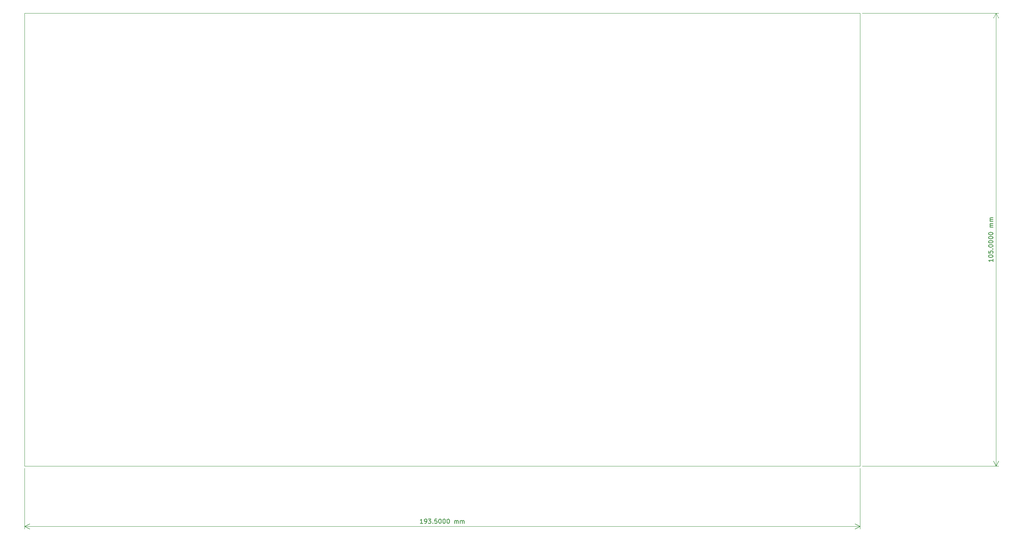
<source format=gbr>
%TF.GenerationSoftware,KiCad,Pcbnew,8.0.3*%
%TF.CreationDate,2024-11-12T13:20:17+01:00*%
%TF.ProjectId,BMU v1,424d5520-7631-42e6-9b69-6361645f7063,rev?*%
%TF.SameCoordinates,Original*%
%TF.FileFunction,Profile,NP*%
%FSLAX46Y46*%
G04 Gerber Fmt 4.6, Leading zero omitted, Abs format (unit mm)*
G04 Created by KiCad (PCBNEW 8.0.3) date 2024-11-12 13:20:17*
%MOMM*%
%LPD*%
G01*
G04 APERTURE LIST*
%TA.AperFunction,Profile*%
%ADD10C,0.100000*%
%TD*%
%ADD11C,0.150000*%
G04 APERTURE END LIST*
D10*
X12000000Y-24500000D02*
X205500000Y-24500000D01*
X205500000Y-129500000D01*
X12000000Y-129500000D01*
X12000000Y-24500000D01*
D11*
X236304819Y-81523809D02*
X236304819Y-82095237D01*
X236304819Y-81809523D02*
X235304819Y-81809523D01*
X235304819Y-81809523D02*
X235447676Y-81904761D01*
X235447676Y-81904761D02*
X235542914Y-81999999D01*
X235542914Y-81999999D02*
X235590533Y-82095237D01*
X235304819Y-80904761D02*
X235304819Y-80809523D01*
X235304819Y-80809523D02*
X235352438Y-80714285D01*
X235352438Y-80714285D02*
X235400057Y-80666666D01*
X235400057Y-80666666D02*
X235495295Y-80619047D01*
X235495295Y-80619047D02*
X235685771Y-80571428D01*
X235685771Y-80571428D02*
X235923866Y-80571428D01*
X235923866Y-80571428D02*
X236114342Y-80619047D01*
X236114342Y-80619047D02*
X236209580Y-80666666D01*
X236209580Y-80666666D02*
X236257200Y-80714285D01*
X236257200Y-80714285D02*
X236304819Y-80809523D01*
X236304819Y-80809523D02*
X236304819Y-80904761D01*
X236304819Y-80904761D02*
X236257200Y-80999999D01*
X236257200Y-80999999D02*
X236209580Y-81047618D01*
X236209580Y-81047618D02*
X236114342Y-81095237D01*
X236114342Y-81095237D02*
X235923866Y-81142856D01*
X235923866Y-81142856D02*
X235685771Y-81142856D01*
X235685771Y-81142856D02*
X235495295Y-81095237D01*
X235495295Y-81095237D02*
X235400057Y-81047618D01*
X235400057Y-81047618D02*
X235352438Y-80999999D01*
X235352438Y-80999999D02*
X235304819Y-80904761D01*
X235304819Y-79666666D02*
X235304819Y-80142856D01*
X235304819Y-80142856D02*
X235781009Y-80190475D01*
X235781009Y-80190475D02*
X235733390Y-80142856D01*
X235733390Y-80142856D02*
X235685771Y-80047618D01*
X235685771Y-80047618D02*
X235685771Y-79809523D01*
X235685771Y-79809523D02*
X235733390Y-79714285D01*
X235733390Y-79714285D02*
X235781009Y-79666666D01*
X235781009Y-79666666D02*
X235876247Y-79619047D01*
X235876247Y-79619047D02*
X236114342Y-79619047D01*
X236114342Y-79619047D02*
X236209580Y-79666666D01*
X236209580Y-79666666D02*
X236257200Y-79714285D01*
X236257200Y-79714285D02*
X236304819Y-79809523D01*
X236304819Y-79809523D02*
X236304819Y-80047618D01*
X236304819Y-80047618D02*
X236257200Y-80142856D01*
X236257200Y-80142856D02*
X236209580Y-80190475D01*
X236209580Y-79190475D02*
X236257200Y-79142856D01*
X236257200Y-79142856D02*
X236304819Y-79190475D01*
X236304819Y-79190475D02*
X236257200Y-79238094D01*
X236257200Y-79238094D02*
X236209580Y-79190475D01*
X236209580Y-79190475D02*
X236304819Y-79190475D01*
X235304819Y-78523809D02*
X235304819Y-78428571D01*
X235304819Y-78428571D02*
X235352438Y-78333333D01*
X235352438Y-78333333D02*
X235400057Y-78285714D01*
X235400057Y-78285714D02*
X235495295Y-78238095D01*
X235495295Y-78238095D02*
X235685771Y-78190476D01*
X235685771Y-78190476D02*
X235923866Y-78190476D01*
X235923866Y-78190476D02*
X236114342Y-78238095D01*
X236114342Y-78238095D02*
X236209580Y-78285714D01*
X236209580Y-78285714D02*
X236257200Y-78333333D01*
X236257200Y-78333333D02*
X236304819Y-78428571D01*
X236304819Y-78428571D02*
X236304819Y-78523809D01*
X236304819Y-78523809D02*
X236257200Y-78619047D01*
X236257200Y-78619047D02*
X236209580Y-78666666D01*
X236209580Y-78666666D02*
X236114342Y-78714285D01*
X236114342Y-78714285D02*
X235923866Y-78761904D01*
X235923866Y-78761904D02*
X235685771Y-78761904D01*
X235685771Y-78761904D02*
X235495295Y-78714285D01*
X235495295Y-78714285D02*
X235400057Y-78666666D01*
X235400057Y-78666666D02*
X235352438Y-78619047D01*
X235352438Y-78619047D02*
X235304819Y-78523809D01*
X235304819Y-77571428D02*
X235304819Y-77476190D01*
X235304819Y-77476190D02*
X235352438Y-77380952D01*
X235352438Y-77380952D02*
X235400057Y-77333333D01*
X235400057Y-77333333D02*
X235495295Y-77285714D01*
X235495295Y-77285714D02*
X235685771Y-77238095D01*
X235685771Y-77238095D02*
X235923866Y-77238095D01*
X235923866Y-77238095D02*
X236114342Y-77285714D01*
X236114342Y-77285714D02*
X236209580Y-77333333D01*
X236209580Y-77333333D02*
X236257200Y-77380952D01*
X236257200Y-77380952D02*
X236304819Y-77476190D01*
X236304819Y-77476190D02*
X236304819Y-77571428D01*
X236304819Y-77571428D02*
X236257200Y-77666666D01*
X236257200Y-77666666D02*
X236209580Y-77714285D01*
X236209580Y-77714285D02*
X236114342Y-77761904D01*
X236114342Y-77761904D02*
X235923866Y-77809523D01*
X235923866Y-77809523D02*
X235685771Y-77809523D01*
X235685771Y-77809523D02*
X235495295Y-77761904D01*
X235495295Y-77761904D02*
X235400057Y-77714285D01*
X235400057Y-77714285D02*
X235352438Y-77666666D01*
X235352438Y-77666666D02*
X235304819Y-77571428D01*
X235304819Y-76619047D02*
X235304819Y-76523809D01*
X235304819Y-76523809D02*
X235352438Y-76428571D01*
X235352438Y-76428571D02*
X235400057Y-76380952D01*
X235400057Y-76380952D02*
X235495295Y-76333333D01*
X235495295Y-76333333D02*
X235685771Y-76285714D01*
X235685771Y-76285714D02*
X235923866Y-76285714D01*
X235923866Y-76285714D02*
X236114342Y-76333333D01*
X236114342Y-76333333D02*
X236209580Y-76380952D01*
X236209580Y-76380952D02*
X236257200Y-76428571D01*
X236257200Y-76428571D02*
X236304819Y-76523809D01*
X236304819Y-76523809D02*
X236304819Y-76619047D01*
X236304819Y-76619047D02*
X236257200Y-76714285D01*
X236257200Y-76714285D02*
X236209580Y-76761904D01*
X236209580Y-76761904D02*
X236114342Y-76809523D01*
X236114342Y-76809523D02*
X235923866Y-76857142D01*
X235923866Y-76857142D02*
X235685771Y-76857142D01*
X235685771Y-76857142D02*
X235495295Y-76809523D01*
X235495295Y-76809523D02*
X235400057Y-76761904D01*
X235400057Y-76761904D02*
X235352438Y-76714285D01*
X235352438Y-76714285D02*
X235304819Y-76619047D01*
X235304819Y-75666666D02*
X235304819Y-75571428D01*
X235304819Y-75571428D02*
X235352438Y-75476190D01*
X235352438Y-75476190D02*
X235400057Y-75428571D01*
X235400057Y-75428571D02*
X235495295Y-75380952D01*
X235495295Y-75380952D02*
X235685771Y-75333333D01*
X235685771Y-75333333D02*
X235923866Y-75333333D01*
X235923866Y-75333333D02*
X236114342Y-75380952D01*
X236114342Y-75380952D02*
X236209580Y-75428571D01*
X236209580Y-75428571D02*
X236257200Y-75476190D01*
X236257200Y-75476190D02*
X236304819Y-75571428D01*
X236304819Y-75571428D02*
X236304819Y-75666666D01*
X236304819Y-75666666D02*
X236257200Y-75761904D01*
X236257200Y-75761904D02*
X236209580Y-75809523D01*
X236209580Y-75809523D02*
X236114342Y-75857142D01*
X236114342Y-75857142D02*
X235923866Y-75904761D01*
X235923866Y-75904761D02*
X235685771Y-75904761D01*
X235685771Y-75904761D02*
X235495295Y-75857142D01*
X235495295Y-75857142D02*
X235400057Y-75809523D01*
X235400057Y-75809523D02*
X235352438Y-75761904D01*
X235352438Y-75761904D02*
X235304819Y-75666666D01*
X236304819Y-74142856D02*
X235638152Y-74142856D01*
X235733390Y-74142856D02*
X235685771Y-74095237D01*
X235685771Y-74095237D02*
X235638152Y-73999999D01*
X235638152Y-73999999D02*
X235638152Y-73857142D01*
X235638152Y-73857142D02*
X235685771Y-73761904D01*
X235685771Y-73761904D02*
X235781009Y-73714285D01*
X235781009Y-73714285D02*
X236304819Y-73714285D01*
X235781009Y-73714285D02*
X235685771Y-73666666D01*
X235685771Y-73666666D02*
X235638152Y-73571428D01*
X235638152Y-73571428D02*
X235638152Y-73428571D01*
X235638152Y-73428571D02*
X235685771Y-73333332D01*
X235685771Y-73333332D02*
X235781009Y-73285713D01*
X235781009Y-73285713D02*
X236304819Y-73285713D01*
X236304819Y-72809523D02*
X235638152Y-72809523D01*
X235733390Y-72809523D02*
X235685771Y-72761904D01*
X235685771Y-72761904D02*
X235638152Y-72666666D01*
X235638152Y-72666666D02*
X235638152Y-72523809D01*
X235638152Y-72523809D02*
X235685771Y-72428571D01*
X235685771Y-72428571D02*
X235781009Y-72380952D01*
X235781009Y-72380952D02*
X236304819Y-72380952D01*
X235781009Y-72380952D02*
X235685771Y-72333333D01*
X235685771Y-72333333D02*
X235638152Y-72238095D01*
X235638152Y-72238095D02*
X235638152Y-72095238D01*
X235638152Y-72095238D02*
X235685771Y-71999999D01*
X235685771Y-71999999D02*
X235781009Y-71952380D01*
X235781009Y-71952380D02*
X236304819Y-71952380D01*
D10*
X206000000Y-24500000D02*
X237586420Y-24500000D01*
X206000000Y-129500000D02*
X237586420Y-129500000D01*
X237000000Y-24500000D02*
X237000000Y-129500000D01*
X237000000Y-24500000D02*
X237000000Y-129500000D01*
X237000000Y-24500000D02*
X237586421Y-25626504D01*
X237000000Y-24500000D02*
X236413579Y-25626504D01*
X237000000Y-129500000D02*
X236413579Y-128373496D01*
X237000000Y-129500000D02*
X237586421Y-128373496D01*
D11*
X104226190Y-142804819D02*
X103654762Y-142804819D01*
X103940476Y-142804819D02*
X103940476Y-141804819D01*
X103940476Y-141804819D02*
X103845238Y-141947676D01*
X103845238Y-141947676D02*
X103750000Y-142042914D01*
X103750000Y-142042914D02*
X103654762Y-142090533D01*
X104702381Y-142804819D02*
X104892857Y-142804819D01*
X104892857Y-142804819D02*
X104988095Y-142757200D01*
X104988095Y-142757200D02*
X105035714Y-142709580D01*
X105035714Y-142709580D02*
X105130952Y-142566723D01*
X105130952Y-142566723D02*
X105178571Y-142376247D01*
X105178571Y-142376247D02*
X105178571Y-141995295D01*
X105178571Y-141995295D02*
X105130952Y-141900057D01*
X105130952Y-141900057D02*
X105083333Y-141852438D01*
X105083333Y-141852438D02*
X104988095Y-141804819D01*
X104988095Y-141804819D02*
X104797619Y-141804819D01*
X104797619Y-141804819D02*
X104702381Y-141852438D01*
X104702381Y-141852438D02*
X104654762Y-141900057D01*
X104654762Y-141900057D02*
X104607143Y-141995295D01*
X104607143Y-141995295D02*
X104607143Y-142233390D01*
X104607143Y-142233390D02*
X104654762Y-142328628D01*
X104654762Y-142328628D02*
X104702381Y-142376247D01*
X104702381Y-142376247D02*
X104797619Y-142423866D01*
X104797619Y-142423866D02*
X104988095Y-142423866D01*
X104988095Y-142423866D02*
X105083333Y-142376247D01*
X105083333Y-142376247D02*
X105130952Y-142328628D01*
X105130952Y-142328628D02*
X105178571Y-142233390D01*
X105511905Y-141804819D02*
X106130952Y-141804819D01*
X106130952Y-141804819D02*
X105797619Y-142185771D01*
X105797619Y-142185771D02*
X105940476Y-142185771D01*
X105940476Y-142185771D02*
X106035714Y-142233390D01*
X106035714Y-142233390D02*
X106083333Y-142281009D01*
X106083333Y-142281009D02*
X106130952Y-142376247D01*
X106130952Y-142376247D02*
X106130952Y-142614342D01*
X106130952Y-142614342D02*
X106083333Y-142709580D01*
X106083333Y-142709580D02*
X106035714Y-142757200D01*
X106035714Y-142757200D02*
X105940476Y-142804819D01*
X105940476Y-142804819D02*
X105654762Y-142804819D01*
X105654762Y-142804819D02*
X105559524Y-142757200D01*
X105559524Y-142757200D02*
X105511905Y-142709580D01*
X106559524Y-142709580D02*
X106607143Y-142757200D01*
X106607143Y-142757200D02*
X106559524Y-142804819D01*
X106559524Y-142804819D02*
X106511905Y-142757200D01*
X106511905Y-142757200D02*
X106559524Y-142709580D01*
X106559524Y-142709580D02*
X106559524Y-142804819D01*
X107511904Y-141804819D02*
X107035714Y-141804819D01*
X107035714Y-141804819D02*
X106988095Y-142281009D01*
X106988095Y-142281009D02*
X107035714Y-142233390D01*
X107035714Y-142233390D02*
X107130952Y-142185771D01*
X107130952Y-142185771D02*
X107369047Y-142185771D01*
X107369047Y-142185771D02*
X107464285Y-142233390D01*
X107464285Y-142233390D02*
X107511904Y-142281009D01*
X107511904Y-142281009D02*
X107559523Y-142376247D01*
X107559523Y-142376247D02*
X107559523Y-142614342D01*
X107559523Y-142614342D02*
X107511904Y-142709580D01*
X107511904Y-142709580D02*
X107464285Y-142757200D01*
X107464285Y-142757200D02*
X107369047Y-142804819D01*
X107369047Y-142804819D02*
X107130952Y-142804819D01*
X107130952Y-142804819D02*
X107035714Y-142757200D01*
X107035714Y-142757200D02*
X106988095Y-142709580D01*
X108178571Y-141804819D02*
X108273809Y-141804819D01*
X108273809Y-141804819D02*
X108369047Y-141852438D01*
X108369047Y-141852438D02*
X108416666Y-141900057D01*
X108416666Y-141900057D02*
X108464285Y-141995295D01*
X108464285Y-141995295D02*
X108511904Y-142185771D01*
X108511904Y-142185771D02*
X108511904Y-142423866D01*
X108511904Y-142423866D02*
X108464285Y-142614342D01*
X108464285Y-142614342D02*
X108416666Y-142709580D01*
X108416666Y-142709580D02*
X108369047Y-142757200D01*
X108369047Y-142757200D02*
X108273809Y-142804819D01*
X108273809Y-142804819D02*
X108178571Y-142804819D01*
X108178571Y-142804819D02*
X108083333Y-142757200D01*
X108083333Y-142757200D02*
X108035714Y-142709580D01*
X108035714Y-142709580D02*
X107988095Y-142614342D01*
X107988095Y-142614342D02*
X107940476Y-142423866D01*
X107940476Y-142423866D02*
X107940476Y-142185771D01*
X107940476Y-142185771D02*
X107988095Y-141995295D01*
X107988095Y-141995295D02*
X108035714Y-141900057D01*
X108035714Y-141900057D02*
X108083333Y-141852438D01*
X108083333Y-141852438D02*
X108178571Y-141804819D01*
X109130952Y-141804819D02*
X109226190Y-141804819D01*
X109226190Y-141804819D02*
X109321428Y-141852438D01*
X109321428Y-141852438D02*
X109369047Y-141900057D01*
X109369047Y-141900057D02*
X109416666Y-141995295D01*
X109416666Y-141995295D02*
X109464285Y-142185771D01*
X109464285Y-142185771D02*
X109464285Y-142423866D01*
X109464285Y-142423866D02*
X109416666Y-142614342D01*
X109416666Y-142614342D02*
X109369047Y-142709580D01*
X109369047Y-142709580D02*
X109321428Y-142757200D01*
X109321428Y-142757200D02*
X109226190Y-142804819D01*
X109226190Y-142804819D02*
X109130952Y-142804819D01*
X109130952Y-142804819D02*
X109035714Y-142757200D01*
X109035714Y-142757200D02*
X108988095Y-142709580D01*
X108988095Y-142709580D02*
X108940476Y-142614342D01*
X108940476Y-142614342D02*
X108892857Y-142423866D01*
X108892857Y-142423866D02*
X108892857Y-142185771D01*
X108892857Y-142185771D02*
X108940476Y-141995295D01*
X108940476Y-141995295D02*
X108988095Y-141900057D01*
X108988095Y-141900057D02*
X109035714Y-141852438D01*
X109035714Y-141852438D02*
X109130952Y-141804819D01*
X110083333Y-141804819D02*
X110178571Y-141804819D01*
X110178571Y-141804819D02*
X110273809Y-141852438D01*
X110273809Y-141852438D02*
X110321428Y-141900057D01*
X110321428Y-141900057D02*
X110369047Y-141995295D01*
X110369047Y-141995295D02*
X110416666Y-142185771D01*
X110416666Y-142185771D02*
X110416666Y-142423866D01*
X110416666Y-142423866D02*
X110369047Y-142614342D01*
X110369047Y-142614342D02*
X110321428Y-142709580D01*
X110321428Y-142709580D02*
X110273809Y-142757200D01*
X110273809Y-142757200D02*
X110178571Y-142804819D01*
X110178571Y-142804819D02*
X110083333Y-142804819D01*
X110083333Y-142804819D02*
X109988095Y-142757200D01*
X109988095Y-142757200D02*
X109940476Y-142709580D01*
X109940476Y-142709580D02*
X109892857Y-142614342D01*
X109892857Y-142614342D02*
X109845238Y-142423866D01*
X109845238Y-142423866D02*
X109845238Y-142185771D01*
X109845238Y-142185771D02*
X109892857Y-141995295D01*
X109892857Y-141995295D02*
X109940476Y-141900057D01*
X109940476Y-141900057D02*
X109988095Y-141852438D01*
X109988095Y-141852438D02*
X110083333Y-141804819D01*
X111607143Y-142804819D02*
X111607143Y-142138152D01*
X111607143Y-142233390D02*
X111654762Y-142185771D01*
X111654762Y-142185771D02*
X111750000Y-142138152D01*
X111750000Y-142138152D02*
X111892857Y-142138152D01*
X111892857Y-142138152D02*
X111988095Y-142185771D01*
X111988095Y-142185771D02*
X112035714Y-142281009D01*
X112035714Y-142281009D02*
X112035714Y-142804819D01*
X112035714Y-142281009D02*
X112083333Y-142185771D01*
X112083333Y-142185771D02*
X112178571Y-142138152D01*
X112178571Y-142138152D02*
X112321428Y-142138152D01*
X112321428Y-142138152D02*
X112416667Y-142185771D01*
X112416667Y-142185771D02*
X112464286Y-142281009D01*
X112464286Y-142281009D02*
X112464286Y-142804819D01*
X112940476Y-142804819D02*
X112940476Y-142138152D01*
X112940476Y-142233390D02*
X112988095Y-142185771D01*
X112988095Y-142185771D02*
X113083333Y-142138152D01*
X113083333Y-142138152D02*
X113226190Y-142138152D01*
X113226190Y-142138152D02*
X113321428Y-142185771D01*
X113321428Y-142185771D02*
X113369047Y-142281009D01*
X113369047Y-142281009D02*
X113369047Y-142804819D01*
X113369047Y-142281009D02*
X113416666Y-142185771D01*
X113416666Y-142185771D02*
X113511904Y-142138152D01*
X113511904Y-142138152D02*
X113654761Y-142138152D01*
X113654761Y-142138152D02*
X113750000Y-142185771D01*
X113750000Y-142185771D02*
X113797619Y-142281009D01*
X113797619Y-142281009D02*
X113797619Y-142804819D01*
D10*
X12000000Y-130000000D02*
X12000000Y-144086420D01*
X205500000Y-130000000D02*
X205500000Y-144086420D01*
X12000000Y-143500000D02*
X205500000Y-143500000D01*
X12000000Y-143500000D02*
X205500000Y-143500000D01*
X12000000Y-143500000D02*
X13126504Y-142913579D01*
X12000000Y-143500000D02*
X13126504Y-144086421D01*
X205500000Y-143500000D02*
X204373496Y-144086421D01*
X205500000Y-143500000D02*
X204373496Y-142913579D01*
M02*

</source>
